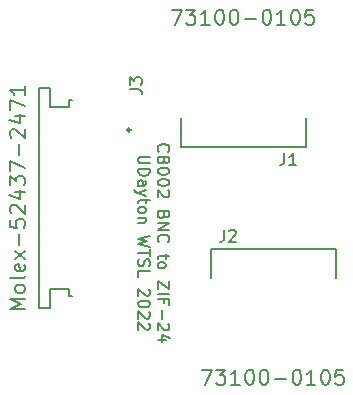
<source format=gbr>
%TF.GenerationSoftware,KiCad,Pcbnew,(5.1.12)-1*%
%TF.CreationDate,2022-05-19T13:57:39-04:00*%
%TF.ProjectId,BNC_to_ZIF,424e435f-746f-45f5-9a49-462e6b696361,rev?*%
%TF.SameCoordinates,Original*%
%TF.FileFunction,Legend,Top*%
%TF.FilePolarity,Positive*%
%FSLAX46Y46*%
G04 Gerber Fmt 4.6, Leading zero omitted, Abs format (unit mm)*
G04 Created by KiCad (PCBNEW (5.1.12)-1) date 2022-05-19 13:57:39*
%MOMM*%
%LPD*%
G01*
G04 APERTURE LIST*
%ADD10C,0.150000*%
%ADD11C,0.249999*%
G04 APERTURE END LIST*
D10*
X117307857Y-107831904D02*
X117260238Y-107784285D01*
X117212619Y-107641428D01*
X117212619Y-107546190D01*
X117260238Y-107403333D01*
X117355476Y-107308095D01*
X117450714Y-107260476D01*
X117641190Y-107212857D01*
X117784047Y-107212857D01*
X117974523Y-107260476D01*
X118069761Y-107308095D01*
X118165000Y-107403333D01*
X118212619Y-107546190D01*
X118212619Y-107641428D01*
X118165000Y-107784285D01*
X118117380Y-107831904D01*
X117736428Y-108593809D02*
X117688809Y-108736666D01*
X117641190Y-108784285D01*
X117545952Y-108831904D01*
X117403095Y-108831904D01*
X117307857Y-108784285D01*
X117260238Y-108736666D01*
X117212619Y-108641428D01*
X117212619Y-108260476D01*
X118212619Y-108260476D01*
X118212619Y-108593809D01*
X118165000Y-108689047D01*
X118117380Y-108736666D01*
X118022142Y-108784285D01*
X117926904Y-108784285D01*
X117831666Y-108736666D01*
X117784047Y-108689047D01*
X117736428Y-108593809D01*
X117736428Y-108260476D01*
X118212619Y-109450952D02*
X118212619Y-109546190D01*
X118165000Y-109641428D01*
X118117380Y-109689047D01*
X118022142Y-109736666D01*
X117831666Y-109784285D01*
X117593571Y-109784285D01*
X117403095Y-109736666D01*
X117307857Y-109689047D01*
X117260238Y-109641428D01*
X117212619Y-109546190D01*
X117212619Y-109450952D01*
X117260238Y-109355714D01*
X117307857Y-109308095D01*
X117403095Y-109260476D01*
X117593571Y-109212857D01*
X117831666Y-109212857D01*
X118022142Y-109260476D01*
X118117380Y-109308095D01*
X118165000Y-109355714D01*
X118212619Y-109450952D01*
X118212619Y-110403333D02*
X118212619Y-110498571D01*
X118165000Y-110593809D01*
X118117380Y-110641428D01*
X118022142Y-110689047D01*
X117831666Y-110736666D01*
X117593571Y-110736666D01*
X117403095Y-110689047D01*
X117307857Y-110641428D01*
X117260238Y-110593809D01*
X117212619Y-110498571D01*
X117212619Y-110403333D01*
X117260238Y-110308095D01*
X117307857Y-110260476D01*
X117403095Y-110212857D01*
X117593571Y-110165238D01*
X117831666Y-110165238D01*
X118022142Y-110212857D01*
X118117380Y-110260476D01*
X118165000Y-110308095D01*
X118212619Y-110403333D01*
X118117380Y-111117619D02*
X118165000Y-111165238D01*
X118212619Y-111260476D01*
X118212619Y-111498571D01*
X118165000Y-111593809D01*
X118117380Y-111641428D01*
X118022142Y-111689047D01*
X117926904Y-111689047D01*
X117784047Y-111641428D01*
X117212619Y-111070000D01*
X117212619Y-111689047D01*
X117736428Y-113212857D02*
X117688809Y-113355714D01*
X117641190Y-113403333D01*
X117545952Y-113450952D01*
X117403095Y-113450952D01*
X117307857Y-113403333D01*
X117260238Y-113355714D01*
X117212619Y-113260476D01*
X117212619Y-112879523D01*
X118212619Y-112879523D01*
X118212619Y-113212857D01*
X118165000Y-113308095D01*
X118117380Y-113355714D01*
X118022142Y-113403333D01*
X117926904Y-113403333D01*
X117831666Y-113355714D01*
X117784047Y-113308095D01*
X117736428Y-113212857D01*
X117736428Y-112879523D01*
X117212619Y-113879523D02*
X118212619Y-113879523D01*
X117212619Y-114450952D01*
X118212619Y-114450952D01*
X117307857Y-115498571D02*
X117260238Y-115450952D01*
X117212619Y-115308095D01*
X117212619Y-115212857D01*
X117260238Y-115070000D01*
X117355476Y-114974761D01*
X117450714Y-114927142D01*
X117641190Y-114879523D01*
X117784047Y-114879523D01*
X117974523Y-114927142D01*
X118069761Y-114974761D01*
X118165000Y-115070000D01*
X118212619Y-115212857D01*
X118212619Y-115308095D01*
X118165000Y-115450952D01*
X118117380Y-115498571D01*
X117879285Y-116546190D02*
X117879285Y-116927142D01*
X118212619Y-116689047D02*
X117355476Y-116689047D01*
X117260238Y-116736666D01*
X117212619Y-116831904D01*
X117212619Y-116927142D01*
X117212619Y-117403333D02*
X117260238Y-117308095D01*
X117307857Y-117260476D01*
X117403095Y-117212857D01*
X117688809Y-117212857D01*
X117784047Y-117260476D01*
X117831666Y-117308095D01*
X117879285Y-117403333D01*
X117879285Y-117546190D01*
X117831666Y-117641428D01*
X117784047Y-117689047D01*
X117688809Y-117736666D01*
X117403095Y-117736666D01*
X117307857Y-117689047D01*
X117260238Y-117641428D01*
X117212619Y-117546190D01*
X117212619Y-117403333D01*
X118212619Y-118831904D02*
X118212619Y-119498571D01*
X117212619Y-118831904D01*
X117212619Y-119498571D01*
X117212619Y-119879523D02*
X118212619Y-119879523D01*
X117736428Y-120689047D02*
X117736428Y-120355714D01*
X117212619Y-120355714D02*
X118212619Y-120355714D01*
X118212619Y-120831904D01*
X117593571Y-121212857D02*
X117593571Y-121974761D01*
X118117380Y-122403333D02*
X118165000Y-122450952D01*
X118212619Y-122546190D01*
X118212619Y-122784285D01*
X118165000Y-122879523D01*
X118117380Y-122927142D01*
X118022142Y-122974761D01*
X117926904Y-122974761D01*
X117784047Y-122927142D01*
X117212619Y-122355714D01*
X117212619Y-122974761D01*
X117879285Y-123831904D02*
X117212619Y-123831904D01*
X118260238Y-123593809D02*
X117545952Y-123355714D01*
X117545952Y-123974761D01*
X116562619Y-108260476D02*
X115753095Y-108260476D01*
X115657857Y-108308095D01*
X115610238Y-108355714D01*
X115562619Y-108450952D01*
X115562619Y-108641428D01*
X115610238Y-108736666D01*
X115657857Y-108784285D01*
X115753095Y-108831904D01*
X116562619Y-108831904D01*
X115562619Y-109308095D02*
X116562619Y-109308095D01*
X116562619Y-109546190D01*
X116515000Y-109689047D01*
X116419761Y-109784285D01*
X116324523Y-109831904D01*
X116134047Y-109879523D01*
X115991190Y-109879523D01*
X115800714Y-109831904D01*
X115705476Y-109784285D01*
X115610238Y-109689047D01*
X115562619Y-109546190D01*
X115562619Y-109308095D01*
X115562619Y-110736666D02*
X116086428Y-110736666D01*
X116181666Y-110689047D01*
X116229285Y-110593809D01*
X116229285Y-110403333D01*
X116181666Y-110308095D01*
X115610238Y-110736666D02*
X115562619Y-110641428D01*
X115562619Y-110403333D01*
X115610238Y-110308095D01*
X115705476Y-110260476D01*
X115800714Y-110260476D01*
X115895952Y-110308095D01*
X115943571Y-110403333D01*
X115943571Y-110641428D01*
X115991190Y-110736666D01*
X116229285Y-111117619D02*
X115562619Y-111355714D01*
X116229285Y-111593809D02*
X115562619Y-111355714D01*
X115324523Y-111260476D01*
X115276904Y-111212857D01*
X115229285Y-111117619D01*
X116229285Y-111831904D02*
X116229285Y-112212857D01*
X116562619Y-111974761D02*
X115705476Y-111974761D01*
X115610238Y-112022380D01*
X115562619Y-112117619D01*
X115562619Y-112212857D01*
X115562619Y-112689047D02*
X115610238Y-112593809D01*
X115657857Y-112546190D01*
X115753095Y-112498571D01*
X116038809Y-112498571D01*
X116134047Y-112546190D01*
X116181666Y-112593809D01*
X116229285Y-112689047D01*
X116229285Y-112831904D01*
X116181666Y-112927142D01*
X116134047Y-112974761D01*
X116038809Y-113022380D01*
X115753095Y-113022380D01*
X115657857Y-112974761D01*
X115610238Y-112927142D01*
X115562619Y-112831904D01*
X115562619Y-112689047D01*
X116229285Y-113450952D02*
X115562619Y-113450952D01*
X116134047Y-113450952D02*
X116181666Y-113498571D01*
X116229285Y-113593809D01*
X116229285Y-113736666D01*
X116181666Y-113831904D01*
X116086428Y-113879523D01*
X115562619Y-113879523D01*
X116562619Y-115022380D02*
X115562619Y-115260476D01*
X116276904Y-115450952D01*
X115562619Y-115641428D01*
X116562619Y-115879523D01*
X116562619Y-116117619D02*
X116562619Y-116689047D01*
X115562619Y-116403333D02*
X116562619Y-116403333D01*
X115610238Y-116974761D02*
X115562619Y-117117619D01*
X115562619Y-117355714D01*
X115610238Y-117450952D01*
X115657857Y-117498571D01*
X115753095Y-117546190D01*
X115848333Y-117546190D01*
X115943571Y-117498571D01*
X115991190Y-117450952D01*
X116038809Y-117355714D01*
X116086428Y-117165238D01*
X116134047Y-117070000D01*
X116181666Y-117022380D01*
X116276904Y-116974761D01*
X116372142Y-116974761D01*
X116467380Y-117022380D01*
X116515000Y-117070000D01*
X116562619Y-117165238D01*
X116562619Y-117403333D01*
X116515000Y-117546190D01*
X115562619Y-118450952D02*
X115562619Y-117974761D01*
X116562619Y-117974761D01*
X116467380Y-119498571D02*
X116515000Y-119546190D01*
X116562619Y-119641428D01*
X116562619Y-119879523D01*
X116515000Y-119974761D01*
X116467380Y-120022380D01*
X116372142Y-120070000D01*
X116276904Y-120070000D01*
X116134047Y-120022380D01*
X115562619Y-119450952D01*
X115562619Y-120070000D01*
X116562619Y-120689047D02*
X116562619Y-120784285D01*
X116515000Y-120879523D01*
X116467380Y-120927142D01*
X116372142Y-120974761D01*
X116181666Y-121022380D01*
X115943571Y-121022380D01*
X115753095Y-120974761D01*
X115657857Y-120927142D01*
X115610238Y-120879523D01*
X115562619Y-120784285D01*
X115562619Y-120689047D01*
X115610238Y-120593809D01*
X115657857Y-120546190D01*
X115753095Y-120498571D01*
X115943571Y-120450952D01*
X116181666Y-120450952D01*
X116372142Y-120498571D01*
X116467380Y-120546190D01*
X116515000Y-120593809D01*
X116562619Y-120689047D01*
X116467380Y-121403333D02*
X116515000Y-121450952D01*
X116562619Y-121546190D01*
X116562619Y-121784285D01*
X116515000Y-121879523D01*
X116467380Y-121927142D01*
X116372142Y-121974761D01*
X116276904Y-121974761D01*
X116134047Y-121927142D01*
X115562619Y-121355714D01*
X115562619Y-121974761D01*
X116467380Y-122355714D02*
X116515000Y-122403333D01*
X116562619Y-122498571D01*
X116562619Y-122736666D01*
X116515000Y-122831904D01*
X116467380Y-122879523D01*
X116372142Y-122927142D01*
X116276904Y-122927142D01*
X116134047Y-122879523D01*
X115562619Y-122308095D01*
X115562619Y-122927142D01*
%TO.C,J1*%
X129735000Y-104970000D02*
X129735000Y-107420000D01*
X119185000Y-104970000D02*
X119185000Y-107420000D01*
X129735000Y-107420000D02*
X119185000Y-107420000D01*
%TO.C,J2*%
X121725000Y-116100000D02*
X132275000Y-116100000D01*
X132275000Y-118550000D02*
X132275000Y-116100000D01*
X121725000Y-118550000D02*
X121725000Y-116100000D01*
D11*
%TO.C,J3*%
X114905003Y-106009752D02*
G75*
G03*
X114905003Y-106009752I-125001J0D01*
G01*
D10*
X109729745Y-119439484D02*
X109729745Y-120059750D01*
X109729745Y-120059750D02*
X109980001Y-120059750D01*
X109729745Y-103459001D02*
X109980001Y-103459001D01*
X109729745Y-103459001D02*
X109729745Y-104079251D01*
X108130210Y-104079251D02*
X109729745Y-104079251D01*
X108130210Y-102459930D02*
X108130210Y-104079251D01*
X108130053Y-102459772D02*
X108130210Y-102459930D01*
X107129984Y-102459772D02*
X108130053Y-102459772D01*
X107129984Y-102459772D02*
X107129984Y-121059730D01*
X107129984Y-121059730D02*
X108129984Y-121059730D01*
X108130002Y-121059712D02*
X108129984Y-121059730D01*
X108130002Y-119439487D02*
X108130002Y-121059712D01*
X108130002Y-119439487D02*
X109729742Y-119439487D01*
%TO.C,J1*%
X127947023Y-107972380D02*
X127947023Y-108686666D01*
X127899404Y-108829523D01*
X127804166Y-108924761D01*
X127661309Y-108972380D01*
X127566071Y-108972380D01*
X128947023Y-108972380D02*
X128375595Y-108972380D01*
X128661309Y-108972380D02*
X128661309Y-107972380D01*
X128566071Y-108115238D01*
X128470833Y-108210476D01*
X128375595Y-108258095D01*
X118412380Y-95824523D02*
X119259047Y-95824523D01*
X118714761Y-97094523D01*
X119621904Y-95824523D02*
X120408095Y-95824523D01*
X119984761Y-96308333D01*
X120166190Y-96308333D01*
X120287142Y-96368809D01*
X120347619Y-96429285D01*
X120408095Y-96550238D01*
X120408095Y-96852619D01*
X120347619Y-96973571D01*
X120287142Y-97034047D01*
X120166190Y-97094523D01*
X119803333Y-97094523D01*
X119682380Y-97034047D01*
X119621904Y-96973571D01*
X121617619Y-97094523D02*
X120891904Y-97094523D01*
X121254761Y-97094523D02*
X121254761Y-95824523D01*
X121133809Y-96005952D01*
X121012857Y-96126904D01*
X120891904Y-96187380D01*
X122403809Y-95824523D02*
X122524761Y-95824523D01*
X122645714Y-95885000D01*
X122706190Y-95945476D01*
X122766666Y-96066428D01*
X122827142Y-96308333D01*
X122827142Y-96610714D01*
X122766666Y-96852619D01*
X122706190Y-96973571D01*
X122645714Y-97034047D01*
X122524761Y-97094523D01*
X122403809Y-97094523D01*
X122282857Y-97034047D01*
X122222380Y-96973571D01*
X122161904Y-96852619D01*
X122101428Y-96610714D01*
X122101428Y-96308333D01*
X122161904Y-96066428D01*
X122222380Y-95945476D01*
X122282857Y-95885000D01*
X122403809Y-95824523D01*
X123613333Y-95824523D02*
X123734285Y-95824523D01*
X123855238Y-95885000D01*
X123915714Y-95945476D01*
X123976190Y-96066428D01*
X124036666Y-96308333D01*
X124036666Y-96610714D01*
X123976190Y-96852619D01*
X123915714Y-96973571D01*
X123855238Y-97034047D01*
X123734285Y-97094523D01*
X123613333Y-97094523D01*
X123492380Y-97034047D01*
X123431904Y-96973571D01*
X123371428Y-96852619D01*
X123310952Y-96610714D01*
X123310952Y-96308333D01*
X123371428Y-96066428D01*
X123431904Y-95945476D01*
X123492380Y-95885000D01*
X123613333Y-95824523D01*
X124580952Y-96610714D02*
X125548571Y-96610714D01*
X126395238Y-95824523D02*
X126516190Y-95824523D01*
X126637142Y-95885000D01*
X126697619Y-95945476D01*
X126758095Y-96066428D01*
X126818571Y-96308333D01*
X126818571Y-96610714D01*
X126758095Y-96852619D01*
X126697619Y-96973571D01*
X126637142Y-97034047D01*
X126516190Y-97094523D01*
X126395238Y-97094523D01*
X126274285Y-97034047D01*
X126213809Y-96973571D01*
X126153333Y-96852619D01*
X126092857Y-96610714D01*
X126092857Y-96308333D01*
X126153333Y-96066428D01*
X126213809Y-95945476D01*
X126274285Y-95885000D01*
X126395238Y-95824523D01*
X128028095Y-97094523D02*
X127302380Y-97094523D01*
X127665238Y-97094523D02*
X127665238Y-95824523D01*
X127544285Y-96005952D01*
X127423333Y-96126904D01*
X127302380Y-96187380D01*
X128814285Y-95824523D02*
X128935238Y-95824523D01*
X129056190Y-95885000D01*
X129116666Y-95945476D01*
X129177142Y-96066428D01*
X129237619Y-96308333D01*
X129237619Y-96610714D01*
X129177142Y-96852619D01*
X129116666Y-96973571D01*
X129056190Y-97034047D01*
X128935238Y-97094523D01*
X128814285Y-97094523D01*
X128693333Y-97034047D01*
X128632857Y-96973571D01*
X128572380Y-96852619D01*
X128511904Y-96610714D01*
X128511904Y-96308333D01*
X128572380Y-96066428D01*
X128632857Y-95945476D01*
X128693333Y-95885000D01*
X128814285Y-95824523D01*
X130386666Y-95824523D02*
X129781904Y-95824523D01*
X129721428Y-96429285D01*
X129781904Y-96368809D01*
X129902857Y-96308333D01*
X130205238Y-96308333D01*
X130326190Y-96368809D01*
X130386666Y-96429285D01*
X130447142Y-96550238D01*
X130447142Y-96852619D01*
X130386666Y-96973571D01*
X130326190Y-97034047D01*
X130205238Y-97094523D01*
X129902857Y-97094523D01*
X129781904Y-97034047D01*
X129721428Y-96973571D01*
%TO.C,J2*%
X122846309Y-114452380D02*
X122846309Y-115166666D01*
X122798690Y-115309523D01*
X122703452Y-115404761D01*
X122560595Y-115452380D01*
X122465357Y-115452380D01*
X123274880Y-114547619D02*
X123322500Y-114500000D01*
X123417738Y-114452380D01*
X123655833Y-114452380D01*
X123751071Y-114500000D01*
X123798690Y-114547619D01*
X123846309Y-114642857D01*
X123846309Y-114738095D01*
X123798690Y-114880952D01*
X123227261Y-115452380D01*
X123846309Y-115452380D01*
X120952380Y-126304523D02*
X121799047Y-126304523D01*
X121254761Y-127574523D01*
X122161904Y-126304523D02*
X122948095Y-126304523D01*
X122524761Y-126788333D01*
X122706190Y-126788333D01*
X122827142Y-126848809D01*
X122887619Y-126909285D01*
X122948095Y-127030238D01*
X122948095Y-127332619D01*
X122887619Y-127453571D01*
X122827142Y-127514047D01*
X122706190Y-127574523D01*
X122343333Y-127574523D01*
X122222380Y-127514047D01*
X122161904Y-127453571D01*
X124157619Y-127574523D02*
X123431904Y-127574523D01*
X123794761Y-127574523D02*
X123794761Y-126304523D01*
X123673809Y-126485952D01*
X123552857Y-126606904D01*
X123431904Y-126667380D01*
X124943809Y-126304523D02*
X125064761Y-126304523D01*
X125185714Y-126365000D01*
X125246190Y-126425476D01*
X125306666Y-126546428D01*
X125367142Y-126788333D01*
X125367142Y-127090714D01*
X125306666Y-127332619D01*
X125246190Y-127453571D01*
X125185714Y-127514047D01*
X125064761Y-127574523D01*
X124943809Y-127574523D01*
X124822857Y-127514047D01*
X124762380Y-127453571D01*
X124701904Y-127332619D01*
X124641428Y-127090714D01*
X124641428Y-126788333D01*
X124701904Y-126546428D01*
X124762380Y-126425476D01*
X124822857Y-126365000D01*
X124943809Y-126304523D01*
X126153333Y-126304523D02*
X126274285Y-126304523D01*
X126395238Y-126365000D01*
X126455714Y-126425476D01*
X126516190Y-126546428D01*
X126576666Y-126788333D01*
X126576666Y-127090714D01*
X126516190Y-127332619D01*
X126455714Y-127453571D01*
X126395238Y-127514047D01*
X126274285Y-127574523D01*
X126153333Y-127574523D01*
X126032380Y-127514047D01*
X125971904Y-127453571D01*
X125911428Y-127332619D01*
X125850952Y-127090714D01*
X125850952Y-126788333D01*
X125911428Y-126546428D01*
X125971904Y-126425476D01*
X126032380Y-126365000D01*
X126153333Y-126304523D01*
X127120952Y-127090714D02*
X128088571Y-127090714D01*
X128935238Y-126304523D02*
X129056190Y-126304523D01*
X129177142Y-126365000D01*
X129237619Y-126425476D01*
X129298095Y-126546428D01*
X129358571Y-126788333D01*
X129358571Y-127090714D01*
X129298095Y-127332619D01*
X129237619Y-127453571D01*
X129177142Y-127514047D01*
X129056190Y-127574523D01*
X128935238Y-127574523D01*
X128814285Y-127514047D01*
X128753809Y-127453571D01*
X128693333Y-127332619D01*
X128632857Y-127090714D01*
X128632857Y-126788333D01*
X128693333Y-126546428D01*
X128753809Y-126425476D01*
X128814285Y-126365000D01*
X128935238Y-126304523D01*
X130568095Y-127574523D02*
X129842380Y-127574523D01*
X130205238Y-127574523D02*
X130205238Y-126304523D01*
X130084285Y-126485952D01*
X129963333Y-126606904D01*
X129842380Y-126667380D01*
X131354285Y-126304523D02*
X131475238Y-126304523D01*
X131596190Y-126365000D01*
X131656666Y-126425476D01*
X131717142Y-126546428D01*
X131777619Y-126788333D01*
X131777619Y-127090714D01*
X131717142Y-127332619D01*
X131656666Y-127453571D01*
X131596190Y-127514047D01*
X131475238Y-127574523D01*
X131354285Y-127574523D01*
X131233333Y-127514047D01*
X131172857Y-127453571D01*
X131112380Y-127332619D01*
X131051904Y-127090714D01*
X131051904Y-126788333D01*
X131112380Y-126546428D01*
X131172857Y-126425476D01*
X131233333Y-126365000D01*
X131354285Y-126304523D01*
X132926666Y-126304523D02*
X132321904Y-126304523D01*
X132261428Y-126909285D01*
X132321904Y-126848809D01*
X132442857Y-126788333D01*
X132745238Y-126788333D01*
X132866190Y-126848809D01*
X132926666Y-126909285D01*
X132987142Y-127030238D01*
X132987142Y-127332619D01*
X132926666Y-127453571D01*
X132866190Y-127514047D01*
X132745238Y-127574523D01*
X132442857Y-127574523D01*
X132321904Y-127514047D01*
X132261428Y-127453571D01*
%TO.C,J3*%
X114857383Y-102547731D02*
X115571669Y-102547731D01*
X115714526Y-102595350D01*
X115809764Y-102690588D01*
X115857383Y-102833445D01*
X115857383Y-102928683D01*
X114857383Y-102166778D02*
X114857383Y-101547731D01*
X115238336Y-101881064D01*
X115238336Y-101738207D01*
X115285955Y-101642969D01*
X115333574Y-101595350D01*
X115428812Y-101547731D01*
X115666907Y-101547731D01*
X115762145Y-101595350D01*
X115809764Y-101642969D01*
X115857383Y-101738207D01*
X115857383Y-102023921D01*
X115809764Y-102119159D01*
X115762145Y-102166778D01*
X105984523Y-121164047D02*
X104714523Y-121164047D01*
X105621666Y-120740714D01*
X104714523Y-120317380D01*
X105984523Y-120317380D01*
X105984523Y-119531190D02*
X105924047Y-119652142D01*
X105863571Y-119712619D01*
X105742619Y-119773095D01*
X105379761Y-119773095D01*
X105258809Y-119712619D01*
X105198333Y-119652142D01*
X105137857Y-119531190D01*
X105137857Y-119349761D01*
X105198333Y-119228809D01*
X105258809Y-119168333D01*
X105379761Y-119107857D01*
X105742619Y-119107857D01*
X105863571Y-119168333D01*
X105924047Y-119228809D01*
X105984523Y-119349761D01*
X105984523Y-119531190D01*
X105984523Y-118382142D02*
X105924047Y-118503095D01*
X105803095Y-118563571D01*
X104714523Y-118563571D01*
X105924047Y-117414523D02*
X105984523Y-117535476D01*
X105984523Y-117777380D01*
X105924047Y-117898333D01*
X105803095Y-117958809D01*
X105319285Y-117958809D01*
X105198333Y-117898333D01*
X105137857Y-117777380D01*
X105137857Y-117535476D01*
X105198333Y-117414523D01*
X105319285Y-117354047D01*
X105440238Y-117354047D01*
X105561190Y-117958809D01*
X105984523Y-116930714D02*
X105137857Y-116265476D01*
X105137857Y-116930714D02*
X105984523Y-116265476D01*
X105500714Y-115781666D02*
X105500714Y-114814047D01*
X104714523Y-113604523D02*
X104714523Y-114209285D01*
X105319285Y-114269761D01*
X105258809Y-114209285D01*
X105198333Y-114088333D01*
X105198333Y-113785952D01*
X105258809Y-113665000D01*
X105319285Y-113604523D01*
X105440238Y-113544047D01*
X105742619Y-113544047D01*
X105863571Y-113604523D01*
X105924047Y-113665000D01*
X105984523Y-113785952D01*
X105984523Y-114088333D01*
X105924047Y-114209285D01*
X105863571Y-114269761D01*
X104835476Y-113060238D02*
X104775000Y-112999761D01*
X104714523Y-112878809D01*
X104714523Y-112576428D01*
X104775000Y-112455476D01*
X104835476Y-112395000D01*
X104956428Y-112334523D01*
X105077380Y-112334523D01*
X105258809Y-112395000D01*
X105984523Y-113120714D01*
X105984523Y-112334523D01*
X105137857Y-111245952D02*
X105984523Y-111245952D01*
X104654047Y-111548333D02*
X105561190Y-111850714D01*
X105561190Y-111064523D01*
X104714523Y-110701666D02*
X104714523Y-109915476D01*
X105198333Y-110338809D01*
X105198333Y-110157380D01*
X105258809Y-110036428D01*
X105319285Y-109975952D01*
X105440238Y-109915476D01*
X105742619Y-109915476D01*
X105863571Y-109975952D01*
X105924047Y-110036428D01*
X105984523Y-110157380D01*
X105984523Y-110520238D01*
X105924047Y-110641190D01*
X105863571Y-110701666D01*
X104714523Y-109492142D02*
X104714523Y-108645476D01*
X105984523Y-109189761D01*
X105500714Y-108161666D02*
X105500714Y-107194047D01*
X104835476Y-106649761D02*
X104775000Y-106589285D01*
X104714523Y-106468333D01*
X104714523Y-106165952D01*
X104775000Y-106045000D01*
X104835476Y-105984523D01*
X104956428Y-105924047D01*
X105077380Y-105924047D01*
X105258809Y-105984523D01*
X105984523Y-106710238D01*
X105984523Y-105924047D01*
X105137857Y-104835476D02*
X105984523Y-104835476D01*
X104654047Y-105137857D02*
X105561190Y-105440238D01*
X105561190Y-104654047D01*
X104714523Y-104291190D02*
X104714523Y-103444523D01*
X105984523Y-103988809D01*
X105984523Y-102295476D02*
X105984523Y-103021190D01*
X105984523Y-102658333D02*
X104714523Y-102658333D01*
X104895952Y-102779285D01*
X105016904Y-102900238D01*
X105077380Y-103021190D01*
%TD*%
M02*

</source>
